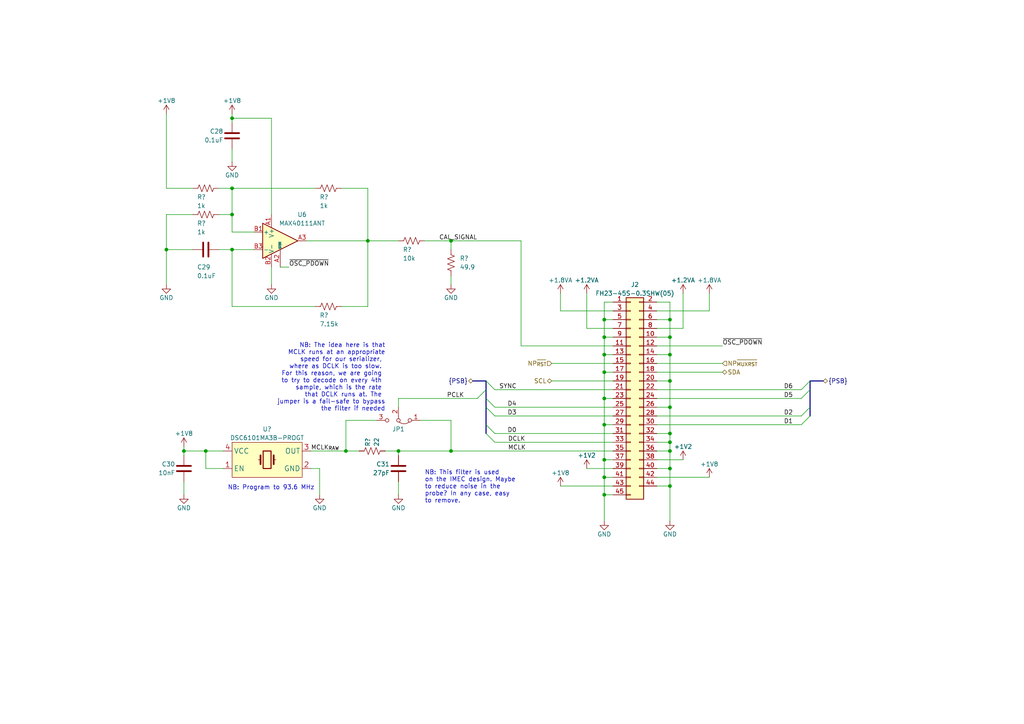
<source format=kicad_sch>
(kicad_sch (version 20230121) (generator eeschema)
  (paper "A4")
  (title_block (title "ONIX Neuropixels 1.0 Economical Headstage") (rev "B") (company "Open Ephys, Inc") (comment 1 "Jonathan P. Newman"))
  (lib_symbols
    (symbol "Connector_Generic:Conn_2Rows-45Pins" (pin_names (offset 1.016) hide)
      (property "Reference" "J" (at 1.27 30.48 0))
      (property "Value" "Conn_2Rows-45Pins" (at 1.27 -30.48 0))
      (symbol "Conn_2Rows-45Pins_1_1"
        (rectangle (start -1.27 -27.813) (end 0 -28.067) (stroke (width 0.1524)))
        (rectangle (start -1.27 -25.273) (end 0 -25.527) (stroke (width 0.1524)))
        (rectangle (start -1.27 -22.733) (end 0 -22.987) (stroke (width 0.1524)))
        (rectangle (start -1.27 -20.193) (end 0 -20.447) (stroke (width 0.1524)))
        (rectangle (start -1.27 -17.653) (end 0 -17.907) (stroke (width 0.1524)))
        (rectangle (start -1.27 -15.113) (end 0 -15.367) (stroke (width 0.1524)))
        (rectangle (start -1.27 -12.573) (end 0 -12.827) (stroke (width 0.1524)))
        (rectangle (start -1.27 -10.033) (end 0 -10.287) (stroke (width 0.1524)))
        (rectangle (start -1.27 -7.493) (end 0 -7.747) (stroke (width 0.1524)))
        (rectangle (start -1.27 -4.953) (end 0 -5.207) (stroke (width 0.1524)))
        (rectangle (start -1.27 -2.413) (end 0 -2.667) (stroke (width 0.1524)))
        (rectangle (start -1.27 0.127) (end 0 -0.127) (stroke (width 0.1524)))
        (rectangle (start -1.27 2.667) (end 0 2.413) (stroke (width 0.1524)))
        (rectangle (start -1.27 5.207) (end 0 4.953) (stroke (width 0.1524)))
        (rectangle (start -1.27 7.747) (end 0 7.493) (stroke (width 0.1524)))
        (rectangle (start -1.27 10.287) (end 0 10.033) (stroke (width 0.1524)))
        (rectangle (start -1.27 12.827) (end 0 12.573) (stroke (width 0.1524)))
        (rectangle (start -1.27 15.367) (end 0 15.113) (stroke (width 0.1524)))
        (rectangle (start -1.27 17.907) (end 0 17.653) (stroke (width 0.1524)))
        (rectangle (start -1.27 20.447) (end 0 20.193) (stroke (width 0.1524)))
        (rectangle (start -1.27 22.987) (end 0 22.733) (stroke (width 0.1524)))
        (rectangle (start -1.27 25.527) (end 0 25.273) (stroke (width 0.1524)))
        (rectangle (start -1.27 28.067) (end 0 27.813) (stroke (width 0.1524)))
        (rectangle (start -1.27 29.21) (end 3.81 -29.21) (stroke (width 0.254)) (fill (type background)))
        (rectangle (start 3.81 -25.273) (end 2.54 -25.527) (stroke (width 0.1524)))
        (rectangle (start 3.81 -22.733) (end 2.54 -22.987) (stroke (width 0.1524)))
        (rectangle (start 3.81 -20.193) (end 2.54 -20.447) (stroke (width 0.1524)))
        (rectangle (start 3.81 -17.653) (end 2.54 -17.907) (stroke (width 0.1524)))
        (rectangle (start 3.81 -15.113) (end 2.54 -15.367) (stroke (width 0.1524)))
        (rectangle (start 3.81 -12.573) (end 2.54 -12.827) (stroke (width 0.1524)))
        (rectangle (start 3.81 -10.033) (end 2.54 -10.287) (stroke (width 0.1524)))
        (rectangle (start 3.81 -7.493) (end 2.54 -7.747) (stroke (width 0.1524)))
        (rectangle (start 3.81 -4.953) (end 2.54 -5.207) (stroke (width 0.1524)))
        (rectangle (start 3.81 -2.413) (end 2.54 -2.667) (stroke (width 0.1524)))
        (rectangle (start 3.81 0.127) (end 2.54 -0.127) (stroke (width 0.1524)))
        (rectangle (start 3.81 2.667) (end 2.54 2.413) (stroke (width 0.1524)))
        (rectangle (start 3.81 5.207) (end 2.54 4.953) (stroke (width 0.1524)))
        (rectangle (start 3.81 7.747) (end 2.54 7.493) (stroke (width 0.1524)))
        (rectangle (start 3.81 10.287) (end 2.54 10.033) (stroke (width 0.1524)))
        (rectangle (start 3.81 12.827) (end 2.54 12.573) (stroke (width 0.1524)))
        (rectangle (start 3.81 15.367) (end 2.54 15.113) (stroke (width 0.1524)))
        (rectangle (start 3.81 17.907) (end 2.54 17.653) (stroke (width 0.1524)))
        (rectangle (start 3.81 20.447) (end 2.54 20.193) (stroke (width 0.1524)))
        (rectangle (start 3.81 22.987) (end 2.54 22.733) (stroke (width 0.1524)))
        (rectangle (start 3.81 25.527) (end 2.54 25.273) (stroke (width 0.1524)))
        (rectangle (start 3.81 28.067) (end 2.54 27.813) (stroke (width 0.1524)))
        (pin passive line (at -5.08 27.94 0) (length 3.81) (name "Pin_1") (number "1"))
        (pin passive line (at 7.62 17.78 180) (length 3.81) (name "Pin_10") (number "10"))
        (pin passive line (at -5.08 15.24 0) (length 3.81) (name "Pin_11") (number "11"))
        (pin passive line (at 7.62 15.24 180) (length 3.81) (name "Pin_12") (number "12"))
        (pin passive line (at -5.08 12.7 0) (length 3.81) (name "Pin_13") (number "13"))
        (pin passive line (at 7.62 12.7 180) (length 3.81) (name "Pin_14") (number "14"))
        (pin passive line (at -5.08 10.16 0) (length 3.81) (name "Pin_15") (number "15"))
        (pin passive line (at 7.62 10.16 180) (length 3.81) (name "Pin_16") (number "16"))
        (pin passive line (at -5.08 7.62 0) (length 3.81) (name "Pin_17") (number "17"))
        (pin passive line (at 7.62 7.62 180) (length 3.81) (name "Pin_18") (number "18"))
        (pin passive line (at -5.08 5.08 0) (length 3.81) (name "Pin_19") (number "19"))
        (pin passive line (at 7.62 27.94 180) (length 3.81) (name "Pin_2") (number "2"))
        (pin passive line (at 7.62 5.08 180) (length 3.81) (name "Pin_20") (number "20"))
        (pin passive line (at -5.08 2.54 0) (length 3.81) (name "Pin_21") (number "21"))
        (pin passive line (at 7.62 2.54 180) (length 3.81) (name "Pin_22") (number "22"))
        (pin passive line (at -5.08 0 0) (length 3.81) (name "Pin_23") (number "23"))
        (pin passive line (at 7.62 0 180) (length 3.81) (name "Pin_24") (number "24"))
        (pin passive line (at -5.08 -2.54 0) (length 3.81) (name "Pin_25") (number "25"))
        (pin passive line (at 7.62 -2.54 180) (length 3.81) (name "Pin_26") (number "26"))
        (pin passive line (at -5.08 -5.08 0) (length 3.81) (name "Pin_27") (number "27"))
        (pin passive line (at 7.62 -5.08 180) (length 3.81) (name "Pin_28") (number "28"))
        (pin passive line (at -5.08 -7.62 0) (length 3.81) (name "Pin_29") (number "29"))
        (pin passive line (at -5.08 25.4 0) (length 3.81) (name "Pin_3") (number "3"))
        (pin passive line (at 7.62 -7.62 180) (length 3.81) (name "Pin_30") (number "30"))
        (pin passive line (at -5.08 -10.16 0) (length 3.81) (name "Pin_31") (number "31"))
        (pin passive line (at 7.62 -10.16 180) (length 3.81) (name "Pin_32") (number "32"))
        (pin passive line (at -5.08 -12.7 0) (length 3.81) (name "Pin_33") (number "33"))
        (pin passive line (at 7.62 -12.7 180) (length 3.81) (name "Pin_34") (number "34"))
        (pin passive line (at -5.08 -15.24 0) (length 3.81) (name "Pin_35") (number "35"))
        (pin passive line (at 7.62 -15.24 180) (length 3.81) (name "Pin_36") (number "36"))
        (pin passive line (at -5.08 -17.78 0) (length 3.81) (name "Pin_37") (number "37"))
        (pin passive line (at 7.62 -17.78 180) (length 3.81) (name "Pin_38") (number "38"))
        (pin passive line (at -5.08 -20.32 0) (length 3.81) (name "Pin_39") (number "39"))
        (pin passive line (at 7.62 25.4 180) (length 3.81) (name "Pin_4") (number "4"))
        (pin passive line (at 7.62 -20.32 180) (length 3.81) (name "Pin_40") (number "40"))
        (pin passive line (at -5.08 -22.86 0) (length 3.81) (name "Pin_41") (number "41"))
        (pin passive line (at 7.62 -22.86 180) (length 3.81) (name "Pin_42") (number "42"))
        (pin passive line (at -5.08 -25.4 0) (length 3.81) (name "Pin_43") (number "43"))
        (pin passive line (at 7.62 -25.4 180) (length 3.81) (name "Pin_44") (number "44"))
        (pin passive line (at -5.08 -27.94 0) (length 3.81) (name "Pin_45") (number "45"))
        (pin passive line (at -5.08 22.86 0) (length 3.81) (name "Pin_5") (number "5"))
        (pin passive line (at 7.62 22.86 180) (length 3.81) (name "Pin_6") (number "6"))
        (pin passive line (at -5.08 20.32 0) (length 3.81) (name "Pin_7") (number "7"))
        (pin passive line (at 7.62 20.32 180) (length 3.81) (name "Pin_8") (number "8"))
        (pin passive line (at -5.08 17.78 0) (length 3.81) (name "Pin_9") (number "9"))
      )
    )
    (symbol "Device:C" (pin_numbers hide) (pin_names (offset 0.254))
      (property "Reference" "C" (at 0.635 2.54 0))
      (property "Value" "C" (at 0.635 -2.54 0))
      (symbol "C_0_1"
        (polyline (pts (xy -2.032 -0.762) (xy 2.032 -0.762)) (stroke (width 0.508)))
        (polyline (pts (xy -2.032 0.762) (xy 2.032 0.762)) (stroke (width 0.508)))
      )
      (symbol "C_1_1"
        (pin passive line (at 0 3.81 270) (length 2.794) (name "~") (number "1"))
        (pin passive line (at 0 -3.81 90) (length 2.794) (name "~") (number "2"))
      )
    )
    (symbol "Device:R_US" (pin_numbers hide) (pin_names (offset 0))
      (property "Reference" "R" (at 2.54 0 90))
      (property "Value" "R_US" (at -2.54 0 90))
      (symbol "R_US_0_1"
        (polyline (pts (xy 0 -2.286) (xy 0 -2.54)))
        (polyline (pts (xy 0 2.286) (xy 0 2.54)))
        (polyline (pts (xy 0 -0.762) (xy 1.016 -1.143) (xy 0 -1.524) (xy -1.016 -1.905) (xy 0 -2.286)))
        (polyline (pts (xy 0 0.762) (xy 1.016 0.381) (xy 0 0) (xy -1.016 -0.381) (xy 0 -0.762)))
        (polyline (pts (xy 0 2.286) (xy 1.016 1.905) (xy 0 1.524) (xy -1.016 1.143) (xy 0 0.762)))
      )
      (symbol "R_US_1_1"
        (pin passive line (at 0 3.81 270) (length 1.27) (name "~") (number "1"))
        (pin passive line (at 0 -3.81 90) (length 1.27) (name "~") (number "2"))
      )
    )
    (symbol "Jumper:Jumper_3_Bridged12" (pin_names (offset 0) hide)
      (property "Reference" "JP" (at -2.54 -2.54 0))
      (property "Value" "Jumper_3_Bridged12" (at 0 2.794 0))
      (symbol "Jumper_3_Bridged12_0_0"
        (circle (center -3.302 0) (radius 0.508))
        (circle (center 0 0) (radius 0.508))
        (circle (center 3.302 0) (radius 0.508))
      )
      (symbol "Jumper_3_Bridged12_0_1"
        (arc (start -0.254 0.508) (mid -1.651 0.9912) (end -3.048 0.508))
        (polyline (pts (xy 0 -1.27) (xy 0 -0.508)))
      )
      (symbol "Jumper_3_Bridged12_1_1"
        (pin passive line (at -6.35 0 0) (length 2.54) (name "A") (number "1"))
        (pin passive line (at 0 -3.81 90) (length 2.54) (name "C") (number "2"))
        (pin passive line (at 6.35 0 180) (length 2.54) (name "B") (number "3"))
      )
    )
    (symbol "jonnew:+1.2VA" (power) (pin_names (offset 0))
      (property "Value" "+1.2VA" (at 0 3.556 0))
      (symbol "+1.2VA_0_1"
        (polyline (pts (xy -0.762 1.27) (xy 0 2.54)))
        (polyline (pts (xy 0 0) (xy 0 2.54)))
        (polyline (pts (xy 0 2.54) (xy 0.762 1.27)))
      )
      (symbol "+1.2VA_1_1"
        (pin power_in line (at 0 0 90) (length 0) hide (name "+1.2VA") (number "1"))
      )
    )
    (symbol "jonnew:+1.8VA" (power) (pin_names (offset 0))
      (property "Value" "+1.8VA" (at 0 3.556 0))
      (symbol "+1.8VA_0_1"
        (polyline (pts (xy -0.762 1.27) (xy 0 2.54)))
        (polyline (pts (xy 0 0) (xy 0 2.54)))
        (polyline (pts (xy 0 2.54) (xy 0.762 1.27)))
      )
      (symbol "+1.8VA_1_1"
        (pin power_in line (at 0 0 90) (length 0) hide (name "+1.8VA") (number "1"))
      )
    )
    (symbol "jonnew:OSCILLATOR_EN"
      (property "Reference" "U" (at -10.16 8.255 0))
      (property "Value" "OSCILLATOR_EN" (at -10.16 6.35 0))
      (symbol "OSCILLATOR_EN_0_1"
        (rectangle (start -10.16 5.08) (end 10.16 -5.08) (stroke (width 0.1524)) (fill (type background)))
        (rectangle (start -1.143 2.54) (end 1.143 -2.54) (stroke (width 0.3048)))
        (polyline (pts (xy -2.54 0) (xy -1.905 0)))
        (polyline (pts (xy -1.905 -1.27) (xy -1.905 1.27)) (stroke (width 0.508)))
        (polyline (pts (xy 1.905 -1.27) (xy 1.905 1.27)) (stroke (width 0.508)))
        (polyline (pts (xy 2.54 0) (xy 1.905 0)))
      )
      (symbol "OSCILLATOR_EN_1_1"
        (pin input line (at -12.7 -2.54 0) (length 2.54) (name "EN") (number "1"))
        (pin power_in line (at 12.7 -2.54 180) (length 2.54) (name "GND") (number "2"))
        (pin output line (at 12.7 2.54 180) (length 2.54) (name "OUT") (number "3"))
        (pin power_in line (at -12.7 2.54 0) (length 2.54) (name "VCC") (number "4"))
      )
    )
    (symbol "open-ephys:MAX40111ANT" (pin_names (offset 0.127))
      (property "Reference" "U" (at 1.27 6.35 0))
      (property "Value" "MAX40111ANT" (at 1.27 3.81 0))
      (symbol "MAX40111ANT_0_1"
        (polyline (pts (xy -5.08 5.08) (xy 5.08 0) (xy -5.08 -5.08) (xy -5.08 5.08)) (stroke (width 0.254)) (fill (type background)))
      )
      (symbol "MAX40111ANT_1_1"
        (pin power_in line (at -2.54 7.62 270) (length 3.81) (name "V+") (number "A1"))
        (pin input line (at 0 -7.62 90) (length 5.08) (name "~{SHDN}") (number "A2"))
        (pin output line (at 7.62 0 180) (length 2.54) (name "~") (number "A3"))
        (pin input line (at -7.62 2.54 0) (length 2.54) (name "+") (number "B1"))
        (pin power_in line (at -2.54 -7.62 90) (length 3.81) (name "V-") (number "B2"))
        (pin input line (at -7.62 -2.54 0) (length 2.54) (name "-") (number "B3"))
      )
    )
    (symbol "power:+1V2" (power) (pin_names (offset 0))
      (property "Value" "+1V2" (at 0 3.556 0))
      (symbol "+1V2_0_1"
        (polyline (pts (xy -0.762 1.27) (xy 0 2.54)))
        (polyline (pts (xy 0 0) (xy 0 2.54)))
        (polyline (pts (xy 0 2.54) (xy 0.762 1.27)))
      )
      (symbol "+1V2_1_1"
        (pin power_in line (at 0 0 90) (length 0) hide (name "+1V2") (number "1"))
      )
    )
    (symbol "power:+1V8" (power) (pin_names (offset 0))
      (property "Value" "+1V8" (at 0 3.556 0))
      (symbol "+1V8_0_1"
        (polyline (pts (xy -0.762 1.27) (xy 0 2.54)))
        (polyline (pts (xy 0 0) (xy 0 2.54)))
        (polyline (pts (xy 0 2.54) (xy 0.762 1.27)))
      )
      (symbol "+1V8_1_1"
        (pin power_in line (at 0 0 90) (length 0) hide (name "+1V8") (number "1"))
      )
    )
    (symbol "power:GND" (power) (pin_names (offset 0))
      (property "Value" "GND" (at 0 -3.81 0))
      (symbol "GND_0_1"
        (polyline (pts (xy 0 0) (xy 0 -1.27) (xy 1.27 -1.27) (xy 0 -2.54) (xy -1.27 -1.27) (xy 0 -1.27)))
      )
      (symbol "GND_1_1"
        (pin power_in line (at 0 0 270) (length 0) hide (name "GND") (number "1"))
      )
    )
  )
  (junction (at 67.31 62.23))
  (junction (at 175.26 133.35))
  (junction (at 130.81 130.81))
  (junction (at 194.31 110.49))
  (junction (at 53.34 130.81))
  (junction (at 115.57 130.81))
  (junction (at 194.31 92.71))
  (junction (at 175.26 107.95))
  (junction (at 194.31 102.87))
  (junction (at 130.81 69.85))
  (junction (at 59.69 130.81))
  (junction (at 175.26 138.43))
  (junction (at 67.31 34.29))
  (junction (at 175.26 123.19))
  (junction (at 194.31 118.11))
  (junction (at 175.26 143.51))
  (junction (at 194.31 128.27))
  (junction (at 194.31 125.73))
  (junction (at 100.33 130.81))
  (junction (at 67.31 72.39))
  (junction (at 175.26 92.71))
  (junction (at 194.31 130.81))
  (junction (at 106.68 69.85))
  (junction (at 194.31 135.89))
  (junction (at 175.26 115.57))
  (junction (at 194.31 97.79))
  (junction (at 67.31 54.61))
  (junction (at 48.26 72.39))
  (junction (at 194.31 140.97))
  (junction (at 175.26 97.79))
  (junction (at 175.26 102.87))
  (bus_entry (at 234.95 110.49) (size -2.54 2.54))
  (bus_entry (at 234.95 120.65) (size -2.54 2.54))
  (bus_entry (at 140.97 110.49) (size 2.54 2.54))
  (bus_entry (at 234.95 113.03) (size -2.54 2.54))
  (bus_entry (at 140.97 118.11) (size 2.54 2.54))
  (bus_entry (at 140.97 115.57) (size 2.54 2.54))
  (bus_entry (at 140.97 125.73) (size 2.54 2.54))
  (bus_entry (at 234.95 118.11) (size -2.54 2.54))
  (bus_entry (at 140.97 113.03) (size -2.54 2.54))
  (bus_entry (at 140.97 123.19) (size 2.54 2.54))
  (wire (pts (xy 175.26 133.35) (xy 175.26 123.19)))
  (wire (pts (xy 53.34 130.81) (xy 59.69 130.81)))
  (wire (pts (xy 115.57 115.57) (xy 115.57 118.11)))
  (wire (pts (xy 92.71 143.51) (xy 92.71 135.89)))
  (wire (pts (xy 123.19 69.85) (xy 130.81 69.85)))
  (wire (pts (xy 175.26 87.63) (xy 175.26 92.71)))
  (wire (pts (xy 175.26 107.95) (xy 175.26 102.87)))
  (wire (pts (xy 190.5 92.71) (xy 194.31 92.71)))
  (wire (pts (xy 194.31 128.27) (xy 190.5 128.27)))
  (wire (pts (xy 194.31 135.89) (xy 190.5 135.89)))
  (wire (pts (xy 90.17 135.89) (xy 92.71 135.89)))
  (wire (pts (xy 209.55 107.95) (xy 190.5 107.95)))
  (bus (pts (xy 234.95 118.11) (xy 234.95 120.65)))
  (wire (pts (xy 67.31 35.56) (xy 67.31 34.29)))
  (wire (pts (xy 194.31 130.81) (xy 190.5 130.81)))
  (wire (pts (xy 130.81 130.81) (xy 177.8 130.81)))
  (wire (pts (xy 143.51 118.11) (xy 177.8 118.11)))
  (wire (pts (xy 175.26 138.43) (xy 175.26 133.35)))
  (wire (pts (xy 190.5 87.63) (xy 194.31 87.63)))
  (wire (pts (xy 194.31 110.49) (xy 190.5 110.49)))
  (wire (pts (xy 53.34 132.08) (xy 53.34 130.81)))
  (wire (pts (xy 63.5 72.39) (xy 67.31 72.39)))
  (wire (pts (xy 205.74 90.17) (xy 190.5 90.17)))
  (wire (pts (xy 109.22 121.92) (xy 100.33 121.92)))
  (wire (pts (xy 115.57 130.81) (xy 115.57 132.08)))
  (wire (pts (xy 190.5 115.57) (xy 232.41 115.57)))
  (wire (pts (xy 67.31 88.9) (xy 91.44 88.9)))
  (wire (pts (xy 194.31 135.89) (xy 194.31 140.97)))
  (wire (pts (xy 67.31 72.39) (xy 67.31 88.9)))
  (wire (pts (xy 100.33 130.81) (xy 104.14 130.81)))
  (wire (pts (xy 194.31 92.71) (xy 194.31 97.79)))
  (wire (pts (xy 59.69 135.89) (xy 59.69 130.81)))
  (wire (pts (xy 143.51 125.73) (xy 177.8 125.73)))
  (wire (pts (xy 194.31 118.11) (xy 194.31 125.73)))
  (wire (pts (xy 160.02 110.49) (xy 177.8 110.49)))
  (wire (pts (xy 175.26 143.51) (xy 175.26 138.43)))
  (bus (pts (xy 140.97 115.57) (xy 140.97 118.11)))
  (wire (pts (xy 88.9 69.85) (xy 106.68 69.85)))
  (wire (pts (xy 175.26 107.95) (xy 177.8 107.95)))
  (bus (pts (xy 140.97 123.19) (xy 140.97 125.73)))
  (bus (pts (xy 140.97 113.03) (xy 140.97 115.57)))
  (wire (pts (xy 190.5 123.19) (xy 232.41 123.19)))
  (wire (pts (xy 78.74 77.47) (xy 78.74 82.55)))
  (wire (pts (xy 175.26 123.19) (xy 175.26 115.57)))
  (wire (pts (xy 106.68 69.85) (xy 106.68 88.9)))
  (wire (pts (xy 175.26 97.79) (xy 175.26 102.87)))
  (wire (pts (xy 175.26 87.63) (xy 177.8 87.63)))
  (wire (pts (xy 106.68 69.85) (xy 115.57 69.85)))
  (wire (pts (xy 194.31 125.73) (xy 190.5 125.73)))
  (wire (pts (xy 48.26 72.39) (xy 48.26 82.55)))
  (wire (pts (xy 130.81 80.01) (xy 130.81 82.55)))
  (wire (pts (xy 175.26 92.71) (xy 175.26 97.79)))
  (wire (pts (xy 175.26 151.13) (xy 175.26 143.51)))
  (bus (pts (xy 234.95 110.49) (xy 234.95 113.03)))
  (wire (pts (xy 194.31 130.81) (xy 194.31 135.89)))
  (wire (pts (xy 121.92 121.92) (xy 130.81 121.92)))
  (wire (pts (xy 175.26 115.57) (xy 175.26 107.95)))
  (wire (pts (xy 55.88 54.61) (xy 48.26 54.61)))
  (wire (pts (xy 67.31 62.23) (xy 67.31 67.31)))
  (wire (pts (xy 63.5 62.23) (xy 67.31 62.23)))
  (bus (pts (xy 137.16 110.49) (xy 140.97 110.49)))
  (wire (pts (xy 106.68 69.85) (xy 106.68 54.61)))
  (wire (pts (xy 67.31 46.99) (xy 67.31 43.18)))
  (wire (pts (xy 53.34 129.54) (xy 53.34 130.81)))
  (wire (pts (xy 115.57 139.7) (xy 115.57 143.51)))
  (wire (pts (xy 115.57 130.81) (xy 130.81 130.81)))
  (wire (pts (xy 63.5 54.61) (xy 67.31 54.61)))
  (wire (pts (xy 190.5 113.03) (xy 232.41 113.03)))
  (wire (pts (xy 175.26 138.43) (xy 177.8 138.43)))
  (wire (pts (xy 151.13 69.85) (xy 151.13 100.33)))
  (wire (pts (xy 67.31 72.39) (xy 73.66 72.39)))
  (wire (pts (xy 111.76 130.81) (xy 115.57 130.81)))
  (bus (pts (xy 140.97 110.49) (xy 140.97 113.03)))
  (wire (pts (xy 198.12 95.25) (xy 190.5 95.25)))
  (wire (pts (xy 175.26 102.87) (xy 177.8 102.87)))
  (wire (pts (xy 194.31 125.73) (xy 194.31 128.27)))
  (wire (pts (xy 194.31 128.27) (xy 194.31 130.81)))
  (bus (pts (xy 140.97 118.11) (xy 140.97 123.19)))
  (wire (pts (xy 205.74 85.09) (xy 205.74 90.17)))
  (wire (pts (xy 209.55 105.41) (xy 190.5 105.41)))
  (wire (pts (xy 175.26 115.57) (xy 177.8 115.57)))
  (wire (pts (xy 190.5 120.65) (xy 232.41 120.65)))
  (wire (pts (xy 99.06 88.9) (xy 106.68 88.9)))
  (bus (pts (xy 234.95 113.03) (xy 234.95 118.11)))
  (wire (pts (xy 175.26 123.19) (xy 177.8 123.19)))
  (wire (pts (xy 48.26 72.39) (xy 55.88 72.39)))
  (wire (pts (xy 194.31 102.87) (xy 190.5 102.87)))
  (wire (pts (xy 67.31 67.31) (xy 73.66 67.31)))
  (wire (pts (xy 55.88 62.23) (xy 48.26 62.23)))
  (wire (pts (xy 162.56 90.17) (xy 177.8 90.17)))
  (wire (pts (xy 53.34 143.51) (xy 53.34 139.7)))
  (wire (pts (xy 194.31 140.97) (xy 194.31 151.13)))
  (wire (pts (xy 130.81 121.92) (xy 130.81 130.81)))
  (wire (pts (xy 194.31 97.79) (xy 194.31 102.87)))
  (wire (pts (xy 143.51 120.65) (xy 177.8 120.65)))
  (wire (pts (xy 115.57 115.57) (xy 138.43 115.57)))
  (wire (pts (xy 99.06 54.61) (xy 106.68 54.61)))
  (wire (pts (xy 175.26 143.51) (xy 177.8 143.51)))
  (wire (pts (xy 194.31 110.49) (xy 194.31 118.11)))
  (wire (pts (xy 59.69 135.89) (xy 64.77 135.89)))
  (wire (pts (xy 48.26 62.23) (xy 48.26 72.39)))
  (wire (pts (xy 48.26 54.61) (xy 48.26 33.02)))
  (wire (pts (xy 130.81 69.85) (xy 151.13 69.85)))
  (wire (pts (xy 190.5 97.79) (xy 194.31 97.79)))
  (wire (pts (xy 67.31 62.23) (xy 67.31 54.61)))
  (wire (pts (xy 175.26 97.79) (xy 177.8 97.79)))
  (wire (pts (xy 100.33 121.92) (xy 100.33 130.81)))
  (wire (pts (xy 59.69 130.81) (xy 64.77 130.81)))
  (wire (pts (xy 67.31 54.61) (xy 91.44 54.61)))
  (wire (pts (xy 170.18 95.25) (xy 177.8 95.25)))
  (wire (pts (xy 162.56 85.09) (xy 162.56 90.17)))
  (wire (pts (xy 198.12 85.09) (xy 198.12 95.25)))
  (wire (pts (xy 194.31 102.87) (xy 194.31 110.49)))
  (wire (pts (xy 90.17 130.81) (xy 100.33 130.81)))
  (wire (pts (xy 209.55 100.33) (xy 190.5 100.33)))
  (wire (pts (xy 175.26 133.35) (xy 177.8 133.35)))
  (wire (pts (xy 78.74 34.29) (xy 78.74 62.23)))
  (wire (pts (xy 83.82 77.47) (xy 81.28 77.47)))
  (wire (pts (xy 170.18 135.89) (xy 177.8 135.89)))
  (wire (pts (xy 143.51 128.27) (xy 177.8 128.27)))
  (wire (pts (xy 67.31 33.02) (xy 67.31 34.29)))
  (wire (pts (xy 175.26 92.71) (xy 177.8 92.71)))
  (wire (pts (xy 194.31 140.97) (xy 190.5 140.97)))
  (wire (pts (xy 67.31 34.29) (xy 78.74 34.29)))
  (wire (pts (xy 198.12 133.35) (xy 190.5 133.35)))
  (wire (pts (xy 194.31 118.11) (xy 190.5 118.11)))
  (wire (pts (xy 151.13 100.33) (xy 177.8 100.33)))
  (bus (pts (xy 238.76 110.49) (xy 234.95 110.49)))
  (wire (pts (xy 143.51 113.03) (xy 177.8 113.03)))
  (wire (pts (xy 160.02 105.41) (xy 177.8 105.41)))
  (wire (pts (xy 205.74 138.43) (xy 190.5 138.43)))
  (wire (pts (xy 162.56 140.97) (xy 177.8 140.97)))
  (wire (pts (xy 194.31 87.63) (xy 194.31 92.71)))
  (wire (pts (xy 130.81 69.85) (xy 130.81 72.39)))
  (wire (pts (xy 170.18 85.09) (xy 170.18 95.25)))
  (text "NB: The idea here is that\nMCLK runs at an appropriate\nspeed for our serializer, \nwhere as DCLK is too slow. \nFor this reason, we are going \nto try to decode on every 4th \nsample, which is the rate \nthat DCLK runs at. The \njumper is a fail-safe to bypass\nthe filter if needed" (at 111.76 119.38 0) (effects (font (size 1.27 1.27)) (justify right bottom)))
  (text "NB: Program to 93.6 MHz" (at 66.04 142.24 0) (effects (font (size 1.27 1.27)) (justify left bottom)))
  (text "NB: This filter is used\non the IMEC design. Maybe\nto reduce noise in the\nprobe? In any case, easy\nto remove." (at 123.19 146.05 0) (effects (font (size 1.27 1.27)) (justify left bottom)))
  (label "~{OSC_PDOWN}" (at 83.82 77.47 0))
  (label "PCLK" (at 134.62 115.57 180))
  (label "D6" (at 227.33 113.03 0))
  (label "D5" (at 227.33 115.57 0))
  (label "D2" (at 227.33 120.65 0))
  (label "CAL_SIGNAL" (at 138.43 69.85 180))
  (label "MCLK" (at 147.32 130.81 0))
  (label "D3" (at 149.86 120.65 180))
  (label "DCLK" (at 147.32 128.27 0))
  (label "MCLK_{RAW}" (at 90.17 130.81 0))
  (label "D0" (at 149.86 125.73 180))
  (label "D4" (at 149.86 118.11 180))
  (label "D1" (at 227.33 123.19 0))
  (label "~{OSC_PDOWN}" (at 209.55 100.33 0))
  (label "SYNC" (at 149.86 113.03 180))
  (hierarchical_label "SCL" (shape bidirectional) (at 160.02 110.49 180))
  (hierarchical_label "SDA" (shape bidirectional) (at 209.55 107.95 0))
  (hierarchical_label "{PSB}" (shape bidirectional) (at 238.76 110.49 0))
  (hierarchical_label "{PSB}" (shape bidirectional) (at 137.16 110.49 180))
  (hierarchical_label "NP_{~{MUXRST}}" (shape input) (at 209.55 105.41 0))
  (hierarchical_label "NP_{~{RST}}" (shape input) (at 160.02 105.41 180))
  (symbol (lib_id "power:+1V8") (at 67.31 33.02 0) (mirror y) (unit 1)
    (property "Reference" "#PWR051" (effects hide))
    (property "Value" "+1V8" (at 67.31 29.21 0))
  )
  (symbol (lib_id "Device:C") (at 59.69 72.39 90) (mirror x) (unit 1)
    (property "Reference" "C29" (at 57.15 77.47 90) (effects (justify right)))
    (property "Value" "0.1uF" (at 57.15 80.01 90) (effects (justify right)))
    (property "Footprint" "Capacitor_SMD:C_0201_0603Metric" (effects hide))
    (property "TempCo" "X7R" (effects hide))
    (property "Voltage" "25V" (effects hide))
    (property "CASE/PACKAGE" "0201" (effects hide))
  )
  (symbol (lib_id "open-ephys:MAX40111ANT") (at 81.28 69.85 0) (unit 1)
    (property "Reference" "U6" (at 87.63 62.23 0))
    (property "Value" "MAX40111ANT" (at 87.63 64.77 0))
    (property "Footprint" "oe_common:ANALOG_N60T1+1_WLP6-1.24x0.84x0.5" (effects hide))
    (property "Datasheet" "https://www.analog.com/media/en/technical-documentation/data-sheets/MAX40110-MAX40111.pdf" (effects hide))
  )
  (symbol (lib_id "jonnew:+1.2VA") (at 170.18 85.09 0) (unit 1)
    (property "Reference" "#PWR057" (effects hide))
    (property "Value" "+1.2VA" (at 170.18 81.28 0))
  )
  (symbol (lib_id "power:+1V8") (at 53.34 129.54 0) (mirror y) (unit 1)
    (property "Reference" "#PWR060" (effects hide))
    (property "Value" "+1V8" (at 53.34 125.73 0))
  )
  (symbol (lib_id "Device:R_US") (at 59.69 62.23 270) (unit 1)
    (property "Reference" "R?" (at 57.15 64.77 90) (effects (justify left)))
    (property "Value" "1k" (at 57.15 67.31 90) (effects (justify left)))
    (property "Footprint" "Resistor_SMD:R_0201_0603Metric" (effects hide))
    (property "CASE/PACKAGE" "0201" (effects hide))
    (property "Tolerance" "1%" (effects hide))
    (instances (project "headstage-neuropix1e" (path "" (reference "R?") (unit 1)) (path "" (reference "R13") (unit 1))))
  )
  (symbol (lib_id "Device:R_US") (at 107.95 130.81 90) (unit 1)
    (property "Reference" "R?" (at 106.68 129.54 0) (effects (justify left)))
    (property "Value" "22" (at 109.22 129.54 0) (effects (justify left)))
    (property "Footprint" "Resistor_SMD:R_0201_0603Metric" (effects hide))
    (property "CASE/PACKAGE" "0201" (effects hide))
    (property "Tolerance" "1%" (effects hide))
    (instances (project "headstage-neuropix1e" (path "" (reference "R?") (unit 1)) (path "" (reference "R17") (unit 1))))
  )
  (symbol (lib_id "power:GND") (at 92.71 143.51 0) (unit 1)
    (property "Reference" "#PWR066" (effects hide))
    (property "Value" "GND" (at 92.71 147.32 0))
  )
  (symbol (lib_id "power:GND") (at 48.26 82.55 0) (unit 1)
    (property "Reference" "#PWR053" (effects hide))
    (property "Value" "GND" (at 48.26 86.36 0))
  )
  (symbol (lib_id "jonnew:OSCILLATOR_EN") (at 77.47 133.35 0) (unit 1)
    (property "Reference" "U?" (at 77.47 124.46 0))
    (property "Value" "DSC6101MA3B-PROGT" (at 77.47 127 0))
    (property "Footprint" "jonnew:MICROCHIP_VFLGA4-2.0x1.6" (effects hide))
    (property "Datasheet" "https://ww1.microchip.com/downloads/en/DeviceDoc/DSC61xxB-Ultra-Small-Ultra-Low-Power-MEMS-Oscillator-DS20006155A.pdf" (effects hide))
    (instances (project "headstage-neuropix1e" (path "" (reference "U?") (unit 1)) (path "" (reference "U7") (unit 1))))
  )
  (symbol (lib_id "power:GND") (at 78.74 82.55 0) (unit 1)
    (property "Reference" "#PWR054" (effects hide))
    (property "Value" "GND" (at 78.74 86.36 0))
  )
  (symbol (lib_id "jonnew:+1.2VA") (at 198.12 85.09 0) (mirror y) (unit 1)
    (property "Reference" "#PWR058" (effects hide))
    (property "Value" "+1.2VA" (at 198.12 81.28 0))
  )
  (symbol (lib_id "Device:C") (at 115.57 135.89 0) (mirror y) (unit 1)
    (property "Reference" "C31" (at 113.03 134.62 0) (effects (justify left)))
    (property "Value" "27pF" (at 113.03 137.16 0) (effects (justify left)))
    (property "Footprint" "Capacitor_SMD:C_0201_0603Metric" (effects hide))
    (property "TempCo" "X7R" (effects hide))
    (property "Voltage" "35V" (effects hide))
    (property "CASE/PACKAGE" "0201" (effects hide))
  )
  (symbol (lib_id "Device:C") (at 53.34 135.89 0) (mirror y) (unit 1)
    (property "Reference" "C30" (at 50.8 134.62 0) (effects (justify left)))
    (property "Value" "10nF" (at 50.8 137.16 0) (effects (justify left)))
    (property "Footprint" "Capacitor_SMD:C_0201_0603Metric" (effects hide))
    (property "TempCo" "X7R" (effects hide))
    (property "Voltage" "35V" (effects hide))
    (property "CASE/PACKAGE" "0201" (effects hide))
  )
  (symbol (lib_id "Device:R_US") (at 95.25 88.9 270) (unit 1)
    (property "Reference" "R?" (at 92.71 91.44 90) (effects (justify left)))
    (property "Value" "7.15k" (at 92.71 93.98 90) (effects (justify left)))
    (property "Footprint" "Resistor_SMD:R_0201_0603Metric" (effects hide))
    (property "CASE/PACKAGE" "0201" (effects hide))
    (property "Tolerance" "1%" (effects hide))
    (instances (project "headstage-neuropix1e" (path "" (reference "R?") (unit 1)) (path "" (reference "R16") (unit 1))))
  )
  (symbol (lib_id "power:GND") (at 115.57 143.51 0) (unit 1)
    (property "Reference" "#PWR067" (effects hide))
    (property "Value" "GND" (at 115.57 147.32 0))
  )
  (symbol (lib_id "power:GND") (at 53.34 143.51 0) (unit 1)
    (property "Reference" "#PWR065" (effects hide))
    (property "Value" "GND" (at 53.34 147.32 0))
  )
  (symbol (lib_id "jonnew:+1.8VA") (at 205.74 85.09 0) (mirror y) (unit 1)
    (property "Reference" "#PWR059" (effects hide))
    (property "Value" "+1.8VA" (at 205.74 81.28 0))
  )
  (symbol (lib_id "Jumper:Jumper_3_Bridged12") (at 115.57 121.92 180) (unit 1)
    (property "Reference" "JP1" (at 115.57 124.46 0))
    (property "Value" "Jumper_3_Bridged12" (effects hide))
    (property "Footprint" "jonnew:OE_SolderJumper-3_0201_Bridged12" (effects hide))
  )
  (symbol (lib_id "jonnew:+1.8VA") (at 162.56 85.09 0) (unit 1)
    (property "Reference" "#PWR056" (effects hide))
    (property "Value" "+1.8VA" (at 162.56 81.28 0))
  )
  (symbol (lib_id "power:GND") (at 67.31 46.99 0) (unit 1)
    (property "Reference" "#PWR052" (effects hide))
    (property "Value" "GND" (at 67.31 50.8 0))
  )
  (symbol (lib_id "power:+1V8") (at 205.74 138.43 0) (unit 1)
    (property "Reference" "#PWR012" (effects hide))
    (property "Value" "+1V8" (at 205.74 134.62 0))
    (instances (project "headstage-neuropix1e" (path "" (reference "#PWR012") (unit 1)) (path "" (reference "#PWR063") (unit 1))))
  )
  (symbol (lib_id "Device:R_US") (at 119.38 69.85 270) (unit 1)
    (property "Reference" "R?" (at 116.84 72.39 90) (effects (justify left)))
    (property "Value" "10k" (at 116.84 74.93 90) (effects (justify left)))
    (property "Footprint" "Resistor_SMD:R_0201_0603Metric" (effects hide))
    (property "CASE/PACKAGE" "0201" (effects hide))
    (property "Tolerance" "1%" (effects hide))
    (instances (project "headstage-neuropix1e" (path "" (reference "R?") (unit 1)) (path "" (reference "R14") (unit 1))))
  )
  (symbol (lib_id "power:+1V2") (at 198.12 133.35 0) (unit 1)
    (property "Reference" "#PWR011" (effects hide))
    (property "Value" "+1V2" (at 198.12 129.54 0))
    (instances (project "headstage-neuropix1e" (path "" (reference "#PWR011") (unit 1)) (path "" (reference "#PWR061") (unit 1))))
  )
  (symbol (lib_id "power:+1V8") (at 48.26 33.02 0) (mirror y) (unit 1)
    (property "Reference" "#PWR050" (effects hide))
    (property "Value" "+1V8" (at 48.26 29.21 0))
  )
  (symbol (lib_id "power:+1V8") (at 162.56 140.97 0) (unit 1)
    (property "Reference" "#PWR012" (effects hide))
    (property "Value" "+1V8" (at 162.56 137.16 0))
    (instances (project "headstage-neuropix1e" (path "" (reference "#PWR012") (unit 1)) (path "" (reference "#PWR064") (unit 1))))
  )
  (symbol (lib_id "power:+1V2") (at 170.18 135.89 0) (unit 1)
    (property "Reference" "#PWR011" (effects hide))
    (property "Value" "+1V2" (at 170.18 132.08 0))
    (instances (project "headstage-neuropix1e" (path "" (reference "#PWR011") (unit 1)) (path "" (reference "#PWR062") (unit 1))))
  )
  (symbol (lib_id "Connector_Generic:Conn_2Rows-45Pins") (at 182.88 115.57 0) (unit 1)
    (property "Reference" "J2" (at 184.15 82.55 0))
    (property "Value" "FH23-45S-0.3SHW(05)" (at 184.15 85.09 0))
    (property "Footprint" "oe_common:HIROSE_FH23-45S-0.3SHW(05)" (effects hide))
  )
  (symbol (lib_id "Device:R_US") (at 95.25 54.61 270) (unit 1)
    (property "Reference" "R?" (at 92.71 57.15 90) (effects (justify left)))
    (property "Value" "1k" (at 92.71 59.69 90) (effects (justify left)))
    (property "Footprint" "Resistor_SMD:R_0201_0603Metric" (effects hide))
    (property "CASE/PACKAGE" "0201" (effects hide))
    (property "Tolerance" "1%" (effects hide))
    (instances (project "headstage-neuropix1e" (path "" (reference "R?") (unit 1)) (path "" (reference "R12") (unit 1))))
  )
  (symbol (lib_id "power:GND") (at 175.26 151.13 0) (unit 1)
    (property "Reference" "#PWR?" (effects hide))
    (property "Value" "GND" (at 175.26 154.94 0))
    (instances (project "headstage-neuropix1e" (path "" (reference "#PWR?") (unit 1)) (path "" (reference "#PWR068") (unit 1))))
  )
  (symbol (lib_id "Device:R_US") (at 59.69 54.61 270) (unit 1)
    (property "Reference" "R?" (at 57.15 57.15 90) (effects (justify left)))
    (property "Value" "1k" (at 57.15 59.69 90) (effects (justify left)))
    (property "Footprint" "Resistor_SMD:R_0201_0603Metric" (effects hide))
    (property "CASE/PACKAGE" "0201" (effects hide))
    (property "Tolerance" "1%" (effects hide))
    (instances (project "headstage-neuropix1e" (path "" (reference "R?") (unit 1)) (path "" (reference "R11") (unit 1))))
  )
  (symbol (lib_id "Device:R_US") (at 130.81 76.2 0) (unit 1)
    (property "Reference" "R?" (at 133.35 74.93 0) (effects (justify left)))
    (property "Value" "49.9" (at 133.35 77.47 0) (effects (justify left)))
    (property "Footprint" "Resistor_SMD:R_0201_0603Metric" (effects hide))
    (property "CASE/PACKAGE" "0201" (effects hide))
    (property "Tolerance" "1%" (effects hide))
    (instances (project "headstage-neuropix1e" (path "" (reference "R?") (unit 1)) (path "" (reference "R15") (unit 1))))
  )
  (symbol (lib_id "Device:C") (at 67.31 39.37 0) (mirror y) (unit 1)
    (property "Reference" "C28" (at 64.77 38.1 0) (effects (justify left)))
    (property "Value" "0.1uF" (at 64.77 40.64 0) (effects (justify left)))
    (property "Footprint" "Capacitor_SMD:C_0201_0603Metric" (effects hide))
    (property "TempCo" "X7R" (effects hide))
    (property "Voltage" "25V" (effects hide))
    (property "CASE/PACKAGE" "0201" (effects hide))
  )
  (symbol (lib_id "power:GND") (at 194.31 151.13 0) (mirror y) (unit 1)
    (property "Reference" "#PWR?" (effects hide))
    (property "Value" "GND" (at 194.31 154.94 0))
    (instances (project "headstage-neuropix1e" (path "" (reference "#PWR?") (unit 1)) (path "" (reference "#PWR069") (unit 1))))
  )
  (symbol (lib_id "power:GND") (at 130.81 82.55 0) (unit 1)
    (property "Reference" "#PWR055" (effects hide))
    (property "Value" "GND" (at 130.81 86.36 0))
  )
)
</source>
